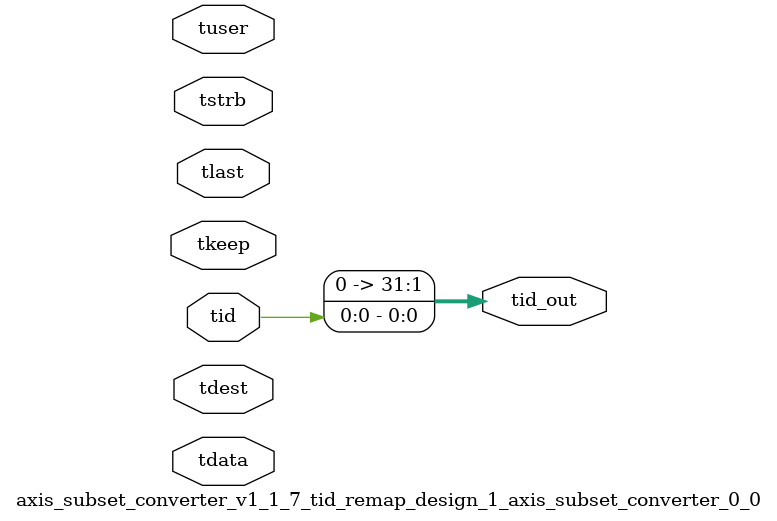
<source format=v>


`timescale 1ps/1ps

module axis_subset_converter_v1_1_7_tid_remap_design_1_axis_subset_converter_0_0 #
(
parameter C_S_AXIS_TID_WIDTH   = 1,
parameter C_S_AXIS_TUSER_WIDTH = 0,
parameter C_S_AXIS_TDATA_WIDTH = 0,
parameter C_S_AXIS_TDEST_WIDTH = 0,
parameter C_M_AXIS_TID_WIDTH   = 32
)
(
input  [(C_S_AXIS_TID_WIDTH   == 0 ? 1 : C_S_AXIS_TID_WIDTH)-1:0       ] tid,
input  [(C_S_AXIS_TDATA_WIDTH == 0 ? 1 : C_S_AXIS_TDATA_WIDTH)-1:0     ] tdata,
input  [(C_S_AXIS_TUSER_WIDTH == 0 ? 1 : C_S_AXIS_TUSER_WIDTH)-1:0     ] tuser,
input  [(C_S_AXIS_TDEST_WIDTH == 0 ? 1 : C_S_AXIS_TDEST_WIDTH)-1:0     ] tdest,
input  [(C_S_AXIS_TDATA_WIDTH/8)-1:0 ] tkeep,
input  [(C_S_AXIS_TDATA_WIDTH/8)-1:0 ] tstrb,
input                                                                    tlast,
output [(C_M_AXIS_TID_WIDTH   == 0 ? 1 : C_M_AXIS_TID_WIDTH)-1:0       ] tid_out
);

assign tid_out = {tid[0:0]};

endmodule


</source>
